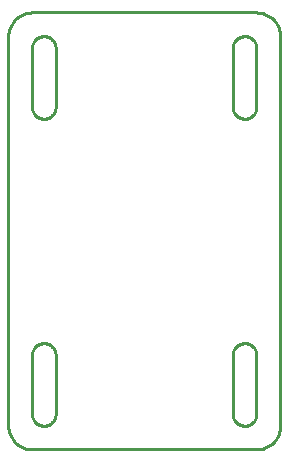
<source format=gbr>
G04 EAGLE Gerber RS-274X export*
G75*
%MOMM*%
%FSLAX34Y34*%
%LPD*%
%IN*%
%IPPOS*%
%AMOC8*
5,1,8,0,0,1.08239X$1,22.5*%
G01*
%ADD10C,0.254000*%


D10*
X0Y20000D02*
X76Y18257D01*
X304Y16527D01*
X681Y14824D01*
X1206Y13160D01*
X1874Y11548D01*
X2680Y10000D01*
X3617Y8528D01*
X4679Y7144D01*
X5858Y5858D01*
X7144Y4679D01*
X8528Y3617D01*
X10000Y2680D01*
X11548Y1874D01*
X13160Y1206D01*
X14824Y681D01*
X16527Y304D01*
X18257Y76D01*
X20000Y0D01*
X210000Y0D01*
X211743Y76D01*
X213473Y304D01*
X215176Y681D01*
X216840Y1206D01*
X218452Y1874D01*
X220000Y2680D01*
X221472Y3617D01*
X222856Y4679D01*
X224142Y5858D01*
X225321Y7144D01*
X226383Y8528D01*
X227321Y10000D01*
X228126Y11548D01*
X228794Y13160D01*
X229319Y14824D01*
X229696Y16527D01*
X229924Y18257D01*
X230000Y20000D01*
X230000Y350000D01*
X229924Y351743D01*
X229696Y353473D01*
X229319Y355176D01*
X228794Y356840D01*
X228126Y358452D01*
X227321Y360000D01*
X226383Y361472D01*
X225321Y362856D01*
X224142Y364142D01*
X222856Y365321D01*
X221472Y366383D01*
X220000Y367321D01*
X218452Y368126D01*
X216840Y368794D01*
X215176Y369319D01*
X213473Y369696D01*
X211743Y369924D01*
X210000Y370000D01*
X20000Y370000D01*
X18257Y369924D01*
X16527Y369696D01*
X14824Y369319D01*
X13160Y368794D01*
X11548Y368126D01*
X10000Y367321D01*
X8528Y366383D01*
X7144Y365321D01*
X5858Y364142D01*
X4679Y362856D01*
X3617Y361472D01*
X2680Y360000D01*
X1874Y358452D01*
X1206Y356840D01*
X681Y355176D01*
X304Y353473D01*
X76Y351743D01*
X0Y350000D01*
X0Y20000D01*
X190000Y290000D02*
X190038Y289128D01*
X190152Y288264D01*
X190341Y287412D01*
X190603Y286580D01*
X190937Y285774D01*
X191340Y285000D01*
X191808Y284264D01*
X192340Y283572D01*
X192929Y282929D01*
X193572Y282340D01*
X194264Y281808D01*
X195000Y281340D01*
X195774Y280937D01*
X196580Y280603D01*
X197412Y280341D01*
X198264Y280152D01*
X199128Y280038D01*
X200000Y280000D01*
X200872Y280038D01*
X201736Y280152D01*
X202588Y280341D01*
X203420Y280603D01*
X204226Y280937D01*
X205000Y281340D01*
X205736Y281808D01*
X206428Y282340D01*
X207071Y282929D01*
X207660Y283572D01*
X208192Y284264D01*
X208660Y285000D01*
X209063Y285774D01*
X209397Y286580D01*
X209659Y287412D01*
X209848Y288264D01*
X209962Y289128D01*
X210000Y290000D01*
X210000Y340000D01*
X209962Y340872D01*
X209848Y341736D01*
X209659Y342588D01*
X209397Y343420D01*
X209063Y344226D01*
X208660Y345000D01*
X208192Y345736D01*
X207660Y346428D01*
X207071Y347071D01*
X206428Y347660D01*
X205736Y348192D01*
X205000Y348660D01*
X204226Y349063D01*
X203420Y349397D01*
X202588Y349659D01*
X201736Y349848D01*
X200872Y349962D01*
X200000Y350000D01*
X199128Y349962D01*
X198264Y349848D01*
X197412Y349659D01*
X196580Y349397D01*
X195774Y349063D01*
X195000Y348660D01*
X194264Y348192D01*
X193572Y347660D01*
X192929Y347071D01*
X192340Y346428D01*
X191808Y345736D01*
X191340Y345000D01*
X190937Y344226D01*
X190603Y343420D01*
X190341Y342588D01*
X190152Y341736D01*
X190038Y340872D01*
X190000Y340000D01*
X190000Y290000D01*
X190000Y30000D02*
X190038Y29128D01*
X190152Y28264D01*
X190341Y27412D01*
X190603Y26580D01*
X190937Y25774D01*
X191340Y25000D01*
X191808Y24264D01*
X192340Y23572D01*
X192929Y22929D01*
X193572Y22340D01*
X194264Y21808D01*
X195000Y21340D01*
X195774Y20937D01*
X196580Y20603D01*
X197412Y20341D01*
X198264Y20152D01*
X199128Y20038D01*
X200000Y20000D01*
X200872Y20038D01*
X201736Y20152D01*
X202588Y20341D01*
X203420Y20603D01*
X204226Y20937D01*
X205000Y21340D01*
X205736Y21808D01*
X206428Y22340D01*
X207071Y22929D01*
X207660Y23572D01*
X208192Y24264D01*
X208660Y25000D01*
X209063Y25774D01*
X209397Y26580D01*
X209659Y27412D01*
X209848Y28264D01*
X209962Y29128D01*
X210000Y30000D01*
X210000Y80000D01*
X209962Y80872D01*
X209848Y81736D01*
X209659Y82588D01*
X209397Y83420D01*
X209063Y84226D01*
X208660Y85000D01*
X208192Y85736D01*
X207660Y86428D01*
X207071Y87071D01*
X206428Y87660D01*
X205736Y88192D01*
X205000Y88660D01*
X204226Y89063D01*
X203420Y89397D01*
X202588Y89659D01*
X201736Y89848D01*
X200872Y89962D01*
X200000Y90000D01*
X199128Y89962D01*
X198264Y89848D01*
X197412Y89659D01*
X196580Y89397D01*
X195774Y89063D01*
X195000Y88660D01*
X194264Y88192D01*
X193572Y87660D01*
X192929Y87071D01*
X192340Y86428D01*
X191808Y85736D01*
X191340Y85000D01*
X190937Y84226D01*
X190603Y83420D01*
X190341Y82588D01*
X190152Y81736D01*
X190038Y80872D01*
X190000Y80000D01*
X190000Y30000D01*
X20000Y290000D02*
X20038Y289128D01*
X20152Y288264D01*
X20341Y287412D01*
X20603Y286580D01*
X20937Y285774D01*
X21340Y285000D01*
X21808Y284264D01*
X22340Y283572D01*
X22929Y282929D01*
X23572Y282340D01*
X24264Y281808D01*
X25000Y281340D01*
X25774Y280937D01*
X26580Y280603D01*
X27412Y280341D01*
X28264Y280152D01*
X29128Y280038D01*
X30000Y280000D01*
X30872Y280038D01*
X31736Y280152D01*
X32588Y280341D01*
X33420Y280603D01*
X34226Y280937D01*
X35000Y281340D01*
X35736Y281808D01*
X36428Y282340D01*
X37071Y282929D01*
X37660Y283572D01*
X38192Y284264D01*
X38660Y285000D01*
X39063Y285774D01*
X39397Y286580D01*
X39659Y287412D01*
X39848Y288264D01*
X39962Y289128D01*
X40000Y290000D01*
X40000Y340000D01*
X39962Y340872D01*
X39848Y341736D01*
X39659Y342588D01*
X39397Y343420D01*
X39063Y344226D01*
X38660Y345000D01*
X38192Y345736D01*
X37660Y346428D01*
X37071Y347071D01*
X36428Y347660D01*
X35736Y348192D01*
X35000Y348660D01*
X34226Y349063D01*
X33420Y349397D01*
X32588Y349659D01*
X31736Y349848D01*
X30872Y349962D01*
X30000Y350000D01*
X29128Y349962D01*
X28264Y349848D01*
X27412Y349659D01*
X26580Y349397D01*
X25774Y349063D01*
X25000Y348660D01*
X24264Y348192D01*
X23572Y347660D01*
X22929Y347071D01*
X22340Y346428D01*
X21808Y345736D01*
X21340Y345000D01*
X20937Y344226D01*
X20603Y343420D01*
X20341Y342588D01*
X20152Y341736D01*
X20038Y340872D01*
X20000Y340000D01*
X20000Y290000D01*
X20000Y30000D02*
X20038Y29128D01*
X20152Y28264D01*
X20341Y27412D01*
X20603Y26580D01*
X20937Y25774D01*
X21340Y25000D01*
X21808Y24264D01*
X22340Y23572D01*
X22929Y22929D01*
X23572Y22340D01*
X24264Y21808D01*
X25000Y21340D01*
X25774Y20937D01*
X26580Y20603D01*
X27412Y20341D01*
X28264Y20152D01*
X29128Y20038D01*
X30000Y20000D01*
X30872Y20038D01*
X31736Y20152D01*
X32588Y20341D01*
X33420Y20603D01*
X34226Y20937D01*
X35000Y21340D01*
X35736Y21808D01*
X36428Y22340D01*
X37071Y22929D01*
X37660Y23572D01*
X38192Y24264D01*
X38660Y25000D01*
X39063Y25774D01*
X39397Y26580D01*
X39659Y27412D01*
X39848Y28264D01*
X39962Y29128D01*
X40000Y30000D01*
X40000Y80000D01*
X39962Y80872D01*
X39848Y81736D01*
X39659Y82588D01*
X39397Y83420D01*
X39063Y84226D01*
X38660Y85000D01*
X38192Y85736D01*
X37660Y86428D01*
X37071Y87071D01*
X36428Y87660D01*
X35736Y88192D01*
X35000Y88660D01*
X34226Y89063D01*
X33420Y89397D01*
X32588Y89659D01*
X31736Y89848D01*
X30872Y89962D01*
X30000Y90000D01*
X29128Y89962D01*
X28264Y89848D01*
X27412Y89659D01*
X26580Y89397D01*
X25774Y89063D01*
X25000Y88660D01*
X24264Y88192D01*
X23572Y87660D01*
X22929Y87071D01*
X22340Y86428D01*
X21808Y85736D01*
X21340Y85000D01*
X20937Y84226D01*
X20603Y83420D01*
X20341Y82588D01*
X20152Y81736D01*
X20038Y80872D01*
X20000Y80000D01*
X20000Y30000D01*
M02*

</source>
